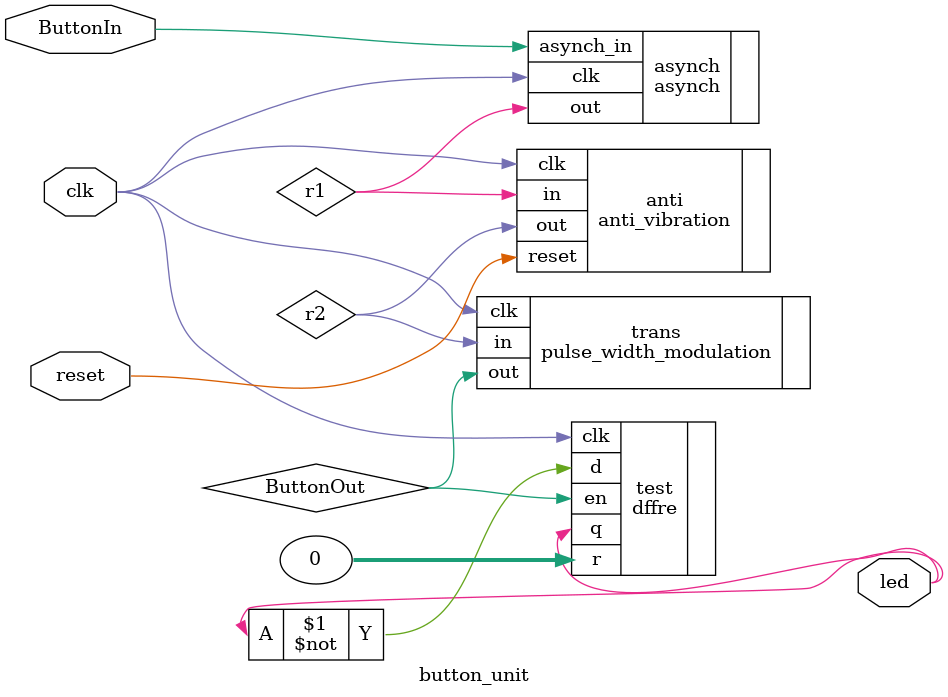
<source format=v>
module button_unit(reset, ButtonIn, clk, led);

input   reset;
input   ButtonIn;
input   clk;
output  led;

parameter sim = 1'b0;

wire  ButtonOut;
wire    r1;
wire    r2;



asynch  asynch(.asynch_in(ButtonIn), .clk(clk), .out(r1));

anti_vibration #(.sim(sim)) anti(.clk(clk), .in(r1), .reset(reset), .out(r2));

pulse_width_modulation  trans(.in(r2), .clk(clk), .out(ButtonOut));


dffre #(.n(1)) test(.d(~led), .en(ButtonOut), .clk(clk), .r(0), .q(led));
endmodule
</source>
